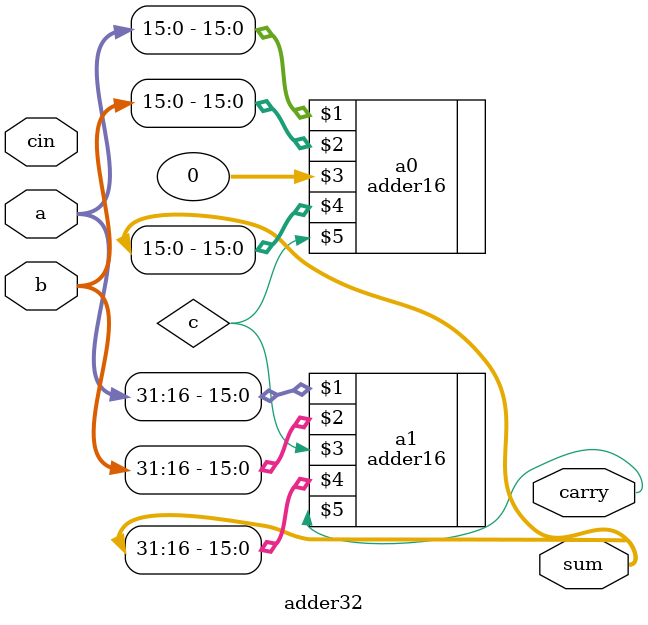
<source format=v>
`timescale 1ns / 1ps


module adder32( a ,b ,cin,sum ,carry );

output [31:0] sum ;
output carry ;
input cin;
input [31:0] a ;
input [31:0] b ;

wire c;

adder16 a0 (a[15:0],b[15:0],0,sum[15:0],c);
adder16 a1 (a[31:16],b[31:16],c,sum[31:16],carry);

endmodule 

</source>
